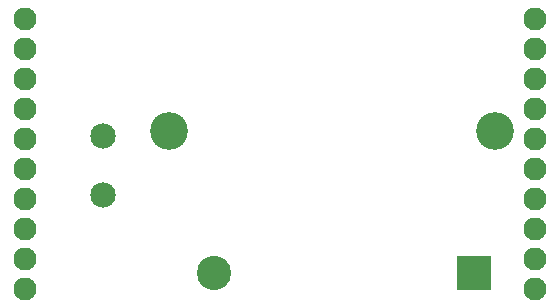
<source format=gbr>
%TF.GenerationSoftware,KiCad,Pcbnew,8.0.8*%
%TF.CreationDate,2025-03-02T20:19:54-05:00*%
%TF.ProjectId,VCU MPR V2.0,56435520-4d50-4522-9056-322e302e6b69,rev?*%
%TF.SameCoordinates,Original*%
%TF.FileFunction,Soldermask,Bot*%
%TF.FilePolarity,Negative*%
%FSLAX46Y46*%
G04 Gerber Fmt 4.6, Leading zero omitted, Abs format (unit mm)*
G04 Created by KiCad (PCBNEW 8.0.8) date 2025-03-02 20:19:54*
%MOMM*%
%LPD*%
G01*
G04 APERTURE LIST*
G04 Aperture macros list*
%AMRoundRect*
0 Rectangle with rounded corners*
0 $1 Rounding radius*
0 $2 $3 $4 $5 $6 $7 $8 $9 X,Y pos of 4 corners*
0 Add a 4 corners polygon primitive as box body*
4,1,4,$2,$3,$4,$5,$6,$7,$8,$9,$2,$3,0*
0 Add four circle primitives for the rounded corners*
1,1,$1+$1,$2,$3*
1,1,$1+$1,$4,$5*
1,1,$1+$1,$6,$7*
1,1,$1+$1,$8,$9*
0 Add four rect primitives between the rounded corners*
20,1,$1+$1,$2,$3,$4,$5,0*
20,1,$1+$1,$4,$5,$6,$7,0*
20,1,$1+$1,$6,$7,$8,$9,0*
20,1,$1+$1,$8,$9,$2,$3,0*%
G04 Aperture macros list end*
%ADD10C,1.954000*%
%ADD11RoundRect,0.102000X1.350000X1.350000X-1.350000X1.350000X-1.350000X-1.350000X1.350000X-1.350000X0*%
%ADD12C,2.904000*%
%ADD13C,3.204000*%
%ADD14C,2.154000*%
G04 APERTURE END LIST*
D10*
%TO.C,J2*%
X76200000Y-50800000D03*
X76200000Y-53340000D03*
X76200000Y-55880000D03*
X76200000Y-58420000D03*
X76200000Y-60960000D03*
X76200000Y-63500000D03*
X76200000Y-66040000D03*
X76200000Y-68580000D03*
X76200000Y-71120000D03*
X76200000Y-73660000D03*
%TD*%
%TO.C,J2*%
X119380000Y-50800000D03*
X119380000Y-53340000D03*
X119380000Y-55880000D03*
X119380000Y-58420000D03*
X119380000Y-60960000D03*
X119380000Y-63500000D03*
X119380000Y-66040000D03*
X119380000Y-68580000D03*
X119380000Y-71120000D03*
X119380000Y-73660000D03*
%TD*%
D11*
%TO.C,K1*%
X114200000Y-72300000D03*
D12*
X92200000Y-72300000D03*
D13*
X116000000Y-60300000D03*
X88400000Y-60300000D03*
%TD*%
D14*
%TO.C,J1*%
X82800000Y-60700000D03*
X82800000Y-65700000D03*
%TD*%
M02*

</source>
